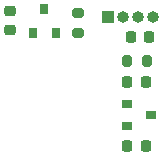
<source format=gts>
%TF.GenerationSoftware,KiCad,Pcbnew,(6.0.6)*%
%TF.CreationDate,2022-07-17T20:24:10+03:00*%
%TF.ProjectId,EnkooderR,456e6b6f-6f64-4657-9252-2e6b69636164,rev?*%
%TF.SameCoordinates,Original*%
%TF.FileFunction,Soldermask,Top*%
%TF.FilePolarity,Negative*%
%FSLAX46Y46*%
G04 Gerber Fmt 4.6, Leading zero omitted, Abs format (unit mm)*
G04 Created by KiCad (PCBNEW (6.0.6)) date 2022-07-17 20:24:10*
%MOMM*%
%LPD*%
G01*
G04 APERTURE LIST*
G04 Aperture macros list*
%AMRoundRect*
0 Rectangle with rounded corners*
0 $1 Rounding radius*
0 $2 $3 $4 $5 $6 $7 $8 $9 X,Y pos of 4 corners*
0 Add a 4 corners polygon primitive as box body*
4,1,4,$2,$3,$4,$5,$6,$7,$8,$9,$2,$3,0*
0 Add four circle primitives for the rounded corners*
1,1,$1+$1,$2,$3*
1,1,$1+$1,$4,$5*
1,1,$1+$1,$6,$7*
1,1,$1+$1,$8,$9*
0 Add four rect primitives between the rounded corners*
20,1,$1+$1,$2,$3,$4,$5,0*
20,1,$1+$1,$4,$5,$6,$7,0*
20,1,$1+$1,$6,$7,$8,$9,0*
20,1,$1+$1,$8,$9,$2,$3,0*%
G04 Aperture macros list end*
%ADD10RoundRect,0.225000X0.250000X-0.225000X0.250000X0.225000X-0.250000X0.225000X-0.250000X-0.225000X0*%
%ADD11RoundRect,0.200000X-0.200000X-0.275000X0.200000X-0.275000X0.200000X0.275000X-0.200000X0.275000X0*%
%ADD12RoundRect,0.200000X0.275000X-0.200000X0.275000X0.200000X-0.275000X0.200000X-0.275000X-0.200000X0*%
%ADD13R,0.900000X0.800000*%
%ADD14R,0.800000X0.900000*%
%ADD15RoundRect,0.225000X-0.225000X-0.250000X0.225000X-0.250000X0.225000X0.250000X-0.225000X0.250000X0*%
%ADD16RoundRect,0.225000X0.225000X0.250000X-0.225000X0.250000X-0.225000X-0.250000X0.225000X-0.250000X0*%
%ADD17O,1.000000X1.000000*%
%ADD18R,1.000000X1.000000*%
G04 APERTURE END LIST*
D10*
X147040000Y-82765000D03*
X147040000Y-81215000D03*
D11*
X156995000Y-85400000D03*
X158645000Y-85400000D03*
D12*
X152810000Y-81355000D03*
X152810000Y-83005000D03*
D13*
X157000000Y-89050000D03*
X157000000Y-90950000D03*
X159000000Y-90000000D03*
D14*
X149050000Y-83000000D03*
X150950000Y-83000000D03*
X150000000Y-81000000D03*
D15*
X157005000Y-87180000D03*
X158555000Y-87180000D03*
D16*
X157285000Y-83360000D03*
X158835000Y-83360000D03*
D15*
X157015000Y-92580000D03*
X158565000Y-92580000D03*
D17*
X159220000Y-81670000D03*
X157950000Y-81670000D03*
X156680000Y-81670000D03*
D18*
X155410000Y-81670000D03*
M02*

</source>
